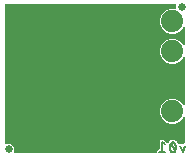
<source format=gbl>
G04 EAGLE Gerber RS-274X export*
G75*
%MOMM*%
%FSLAX34Y34*%
%LPD*%
%INBottom Copper*%
%IPPOS*%
%AMOC8*
5,1,8,0,0,1.08239X$1,22.5*%
G01*
%ADD10C,0.152400*%
%ADD11C,0.635000*%
%ADD12C,1.879600*%

G36*
X130766Y2803D02*
X130766Y2803D01*
X130825Y2801D01*
X130906Y2823D01*
X130990Y2835D01*
X131043Y2858D01*
X131100Y2873D01*
X131172Y2916D01*
X131249Y2951D01*
X131294Y2989D01*
X131344Y3018D01*
X131402Y3080D01*
X131466Y3134D01*
X131499Y3183D01*
X131539Y3226D01*
X131577Y3301D01*
X131624Y3371D01*
X131642Y3427D01*
X131668Y3479D01*
X131680Y3547D01*
X131710Y3642D01*
X131712Y3742D01*
X131724Y3810D01*
X131724Y4144D01*
X132914Y5335D01*
X133107Y5335D01*
X133165Y5343D01*
X133224Y5341D01*
X133305Y5363D01*
X133389Y5375D01*
X133442Y5398D01*
X133499Y5413D01*
X133571Y5456D01*
X133648Y5491D01*
X133693Y5529D01*
X133743Y5558D01*
X133801Y5620D01*
X133865Y5674D01*
X133898Y5723D01*
X133938Y5766D01*
X133976Y5841D01*
X134023Y5911D01*
X134040Y5967D01*
X134067Y6019D01*
X134078Y6087D01*
X134109Y6182D01*
X134111Y6282D01*
X134123Y6350D01*
X134123Y11769D01*
X134114Y11832D01*
X134116Y11881D01*
X134036Y12603D01*
X134045Y12618D01*
X134053Y12648D01*
X134067Y12676D01*
X134077Y12734D01*
X134599Y13256D01*
X134613Y13275D01*
X134627Y13287D01*
X134646Y13315D01*
X134673Y13340D01*
X135127Y13907D01*
X135144Y13911D01*
X135171Y13927D01*
X135201Y13937D01*
X135249Y13971D01*
X135987Y13971D01*
X136050Y13980D01*
X136099Y13977D01*
X136820Y14057D01*
X136835Y14048D01*
X136865Y14041D01*
X136893Y14026D01*
X136952Y14016D01*
X137473Y13495D01*
X137524Y13456D01*
X137557Y13420D01*
X140223Y11287D01*
X140301Y11240D01*
X140374Y11187D01*
X140423Y11169D01*
X140468Y11142D01*
X140556Y11119D01*
X140641Y11088D01*
X140693Y11084D01*
X140743Y11071D01*
X140834Y11073D01*
X140924Y11066D01*
X140975Y11077D01*
X141027Y11078D01*
X141114Y11106D01*
X141202Y11124D01*
X141249Y11149D01*
X141298Y11165D01*
X141374Y11215D01*
X141454Y11258D01*
X141491Y11294D01*
X141535Y11323D01*
X141593Y11392D01*
X141658Y11455D01*
X141680Y11495D01*
X141718Y11540D01*
X141781Y11682D01*
X141818Y11750D01*
X142093Y12552D01*
X144079Y13971D01*
X146520Y13971D01*
X148506Y12552D01*
X148840Y11576D01*
X148851Y11555D01*
X148855Y11541D01*
X148874Y11508D01*
X148888Y11460D01*
X148987Y11257D01*
X149062Y11146D01*
X149135Y11035D01*
X149141Y11029D01*
X149146Y11022D01*
X149249Y10936D01*
X149350Y10849D01*
X149358Y10845D01*
X149364Y10839D01*
X149487Y10786D01*
X149608Y10730D01*
X149617Y10728D01*
X149624Y10725D01*
X149757Y10707D01*
X149889Y10687D01*
X149897Y10688D01*
X149906Y10687D01*
X150187Y10729D01*
X150205Y10736D01*
X150221Y10739D01*
X151766Y11254D01*
X153075Y10599D01*
X153091Y10594D01*
X153105Y10585D01*
X153226Y10549D01*
X153344Y10509D01*
X153361Y10508D01*
X153378Y10504D01*
X153504Y10502D01*
X153628Y10497D01*
X153645Y10501D01*
X153662Y10501D01*
X153730Y10522D01*
X153905Y10564D01*
X153946Y10588D01*
X153983Y10599D01*
X155394Y11305D01*
X155483Y11367D01*
X155576Y11422D01*
X155600Y11447D01*
X155628Y11467D01*
X155696Y11550D01*
X155770Y11629D01*
X155786Y11660D01*
X155808Y11687D01*
X155851Y11786D01*
X155900Y11882D01*
X155905Y11913D01*
X155920Y11948D01*
X155947Y12161D01*
X155955Y12213D01*
X155955Y32097D01*
X155943Y32182D01*
X155941Y32268D01*
X155923Y32322D01*
X155915Y32378D01*
X155880Y32457D01*
X155854Y32539D01*
X155822Y32586D01*
X155799Y32638D01*
X155744Y32703D01*
X155696Y32775D01*
X155652Y32811D01*
X155616Y32855D01*
X155544Y32902D01*
X155478Y32958D01*
X155426Y32981D01*
X155379Y33012D01*
X155297Y33038D01*
X155218Y33073D01*
X155162Y33081D01*
X155108Y33098D01*
X155022Y33100D01*
X154937Y33112D01*
X154881Y33104D01*
X154824Y33105D01*
X154741Y33084D01*
X154655Y33071D01*
X154604Y33048D01*
X154549Y33034D01*
X154475Y32990D01*
X154396Y32954D01*
X154353Y32917D01*
X154304Y32888D01*
X154245Y32826D01*
X154180Y32770D01*
X154154Y32728D01*
X154110Y32681D01*
X154044Y32552D01*
X154002Y32485D01*
X153824Y32057D01*
X150823Y29056D01*
X146902Y27431D01*
X142658Y27431D01*
X138737Y29056D01*
X135736Y32057D01*
X134111Y35978D01*
X134111Y40222D01*
X135736Y44143D01*
X138737Y47144D01*
X142658Y48769D01*
X146902Y48769D01*
X150823Y47144D01*
X153824Y44143D01*
X154002Y43715D01*
X154046Y43641D01*
X154081Y43562D01*
X154118Y43519D01*
X154147Y43470D01*
X154209Y43411D01*
X154265Y43345D01*
X154312Y43314D01*
X154353Y43275D01*
X154430Y43235D01*
X154501Y43188D01*
X154555Y43171D01*
X154606Y43144D01*
X154690Y43128D01*
X154772Y43102D01*
X154829Y43100D01*
X154885Y43089D01*
X154970Y43097D01*
X155056Y43095D01*
X155111Y43109D01*
X155168Y43114D01*
X155248Y43145D01*
X155331Y43166D01*
X155380Y43195D01*
X155433Y43216D01*
X155502Y43268D01*
X155576Y43312D01*
X155615Y43353D01*
X155660Y43388D01*
X155711Y43456D01*
X155770Y43519D01*
X155796Y43570D01*
X155830Y43615D01*
X155861Y43696D01*
X155900Y43772D01*
X155908Y43821D01*
X155931Y43881D01*
X155942Y44026D01*
X155955Y44103D01*
X155955Y82897D01*
X155943Y82982D01*
X155941Y83068D01*
X155923Y83122D01*
X155915Y83178D01*
X155880Y83257D01*
X155854Y83339D01*
X155822Y83386D01*
X155799Y83438D01*
X155744Y83503D01*
X155696Y83575D01*
X155652Y83611D01*
X155616Y83655D01*
X155544Y83702D01*
X155478Y83758D01*
X155426Y83781D01*
X155379Y83812D01*
X155297Y83838D01*
X155218Y83873D01*
X155162Y83881D01*
X155108Y83898D01*
X155022Y83900D01*
X154937Y83912D01*
X154881Y83904D01*
X154824Y83905D01*
X154741Y83884D01*
X154655Y83871D01*
X154604Y83848D01*
X154549Y83834D01*
X154475Y83790D01*
X154396Y83754D01*
X154353Y83717D01*
X154304Y83688D01*
X154245Y83626D01*
X154180Y83570D01*
X154154Y83528D01*
X154110Y83481D01*
X154044Y83352D01*
X154002Y83285D01*
X153824Y82857D01*
X150823Y79856D01*
X146902Y78231D01*
X142658Y78231D01*
X138737Y79856D01*
X135736Y82857D01*
X134111Y86778D01*
X134111Y91022D01*
X135736Y94943D01*
X138737Y97944D01*
X142658Y99569D01*
X146902Y99569D01*
X150823Y97944D01*
X153824Y94943D01*
X154002Y94515D01*
X154046Y94441D01*
X154081Y94362D01*
X154118Y94319D01*
X154147Y94270D01*
X154209Y94211D01*
X154265Y94145D01*
X154312Y94114D01*
X154353Y94075D01*
X154430Y94035D01*
X154501Y93988D01*
X154555Y93971D01*
X154606Y93944D01*
X154690Y93928D01*
X154772Y93902D01*
X154829Y93900D01*
X154885Y93889D01*
X154970Y93897D01*
X155056Y93895D01*
X155111Y93909D01*
X155168Y93914D01*
X155248Y93945D01*
X155331Y93966D01*
X155380Y93995D01*
X155433Y94016D01*
X155502Y94068D01*
X155576Y94112D01*
X155615Y94153D01*
X155660Y94188D01*
X155711Y94256D01*
X155770Y94319D01*
X155796Y94370D01*
X155830Y94415D01*
X155861Y94496D01*
X155900Y94572D01*
X155908Y94621D01*
X155931Y94681D01*
X155942Y94826D01*
X155955Y94903D01*
X155955Y108297D01*
X155943Y108382D01*
X155941Y108468D01*
X155923Y108522D01*
X155915Y108578D01*
X155880Y108657D01*
X155854Y108739D01*
X155822Y108786D01*
X155799Y108838D01*
X155744Y108903D01*
X155696Y108975D01*
X155652Y109011D01*
X155616Y109055D01*
X155544Y109102D01*
X155478Y109158D01*
X155426Y109181D01*
X155379Y109212D01*
X155297Y109238D01*
X155218Y109273D01*
X155162Y109281D01*
X155108Y109298D01*
X155022Y109300D01*
X154937Y109312D01*
X154881Y109304D01*
X154824Y109305D01*
X154741Y109284D01*
X154655Y109271D01*
X154604Y109248D01*
X154549Y109234D01*
X154475Y109190D01*
X154396Y109154D01*
X154353Y109117D01*
X154304Y109088D01*
X154245Y109026D01*
X154180Y108970D01*
X154154Y108928D01*
X154110Y108881D01*
X154044Y108752D01*
X154002Y108685D01*
X153824Y108257D01*
X150823Y105256D01*
X146902Y103631D01*
X142658Y103631D01*
X138737Y105256D01*
X135736Y108257D01*
X134111Y112178D01*
X134111Y116422D01*
X135736Y120343D01*
X138737Y123344D01*
X142658Y124969D01*
X146953Y124969D01*
X147025Y124946D01*
X147053Y124945D01*
X147080Y124938D01*
X147195Y124942D01*
X147309Y124939D01*
X147336Y124946D01*
X147364Y124946D01*
X147473Y124981D01*
X147584Y125010D01*
X147608Y125025D01*
X147635Y125033D01*
X147730Y125097D01*
X147829Y125156D01*
X147848Y125176D01*
X147871Y125191D01*
X147945Y125279D01*
X148023Y125363D01*
X148036Y125388D01*
X148054Y125409D01*
X148101Y125514D01*
X148153Y125616D01*
X148157Y125641D01*
X148169Y125669D01*
X148206Y125933D01*
X148208Y125947D01*
X148208Y128061D01*
X148209Y128074D01*
X148218Y128102D01*
X148221Y128215D01*
X148231Y128328D01*
X148225Y128357D01*
X148226Y128386D01*
X148197Y128495D01*
X148175Y128606D01*
X148161Y128633D01*
X148154Y128661D01*
X148096Y128758D01*
X148044Y128859D01*
X148024Y128880D01*
X148009Y128906D01*
X147926Y128983D01*
X147848Y129065D01*
X147823Y129080D01*
X147801Y129100D01*
X147701Y129152D01*
X147603Y129209D01*
X147575Y129216D01*
X147548Y129230D01*
X147471Y129243D01*
X147328Y129279D01*
X147265Y129277D01*
X147217Y129285D01*
X3810Y129285D01*
X3752Y129277D01*
X3694Y129279D01*
X3612Y129257D01*
X3528Y129245D01*
X3475Y129222D01*
X3419Y129207D01*
X3346Y129164D01*
X3269Y129129D01*
X3224Y129091D01*
X3174Y129062D01*
X3116Y129000D01*
X3052Y128946D01*
X3020Y128897D01*
X2980Y128854D01*
X2941Y128779D01*
X2894Y128709D01*
X2877Y128653D01*
X2850Y128601D01*
X2839Y128533D01*
X2809Y128438D01*
X2806Y128338D01*
X2795Y128270D01*
X2795Y11558D01*
X2799Y11529D01*
X2796Y11500D01*
X2819Y11389D01*
X2835Y11277D01*
X2847Y11250D01*
X2852Y11221D01*
X2905Y11121D01*
X2951Y11017D01*
X2970Y10995D01*
X2983Y10969D01*
X3061Y10887D01*
X3134Y10800D01*
X3159Y10784D01*
X3179Y10763D01*
X3277Y10706D01*
X3371Y10643D01*
X3399Y10634D01*
X3424Y10619D01*
X3534Y10591D01*
X3642Y10557D01*
X3671Y10556D01*
X3700Y10549D01*
X3813Y10553D01*
X3926Y10550D01*
X3955Y10557D01*
X3984Y10558D01*
X4092Y10593D01*
X4201Y10622D01*
X4227Y10637D01*
X4255Y10646D01*
X4319Y10691D01*
X4366Y10720D01*
X8090Y10720D01*
X10694Y8115D01*
X10694Y4402D01*
X10687Y4391D01*
X10619Y4301D01*
X10608Y4273D01*
X10592Y4249D01*
X10558Y4141D01*
X10518Y4035D01*
X10515Y4006D01*
X10506Y3978D01*
X10503Y3865D01*
X10494Y3752D01*
X10500Y3723D01*
X10499Y3694D01*
X10528Y3584D01*
X10550Y3473D01*
X10563Y3447D01*
X10571Y3419D01*
X10629Y3321D01*
X10681Y3221D01*
X10701Y3199D01*
X10716Y3174D01*
X10799Y3097D01*
X10877Y3015D01*
X10902Y3000D01*
X10923Y2980D01*
X11024Y2928D01*
X11122Y2871D01*
X11150Y2864D01*
X11176Y2850D01*
X11254Y2837D01*
X11397Y2801D01*
X11460Y2803D01*
X11508Y2795D01*
X130708Y2795D01*
X130766Y2803D01*
G37*
D10*
X155448Y9059D02*
X153529Y3302D01*
X151610Y9059D01*
X147699Y7620D02*
X147697Y7790D01*
X147691Y7960D01*
X147681Y8129D01*
X147667Y8299D01*
X147648Y8468D01*
X147626Y8636D01*
X147600Y8804D01*
X147570Y8971D01*
X147535Y9137D01*
X147497Y9303D01*
X147455Y9468D01*
X147409Y9631D01*
X147359Y9794D01*
X147305Y9955D01*
X147248Y10115D01*
X147186Y10273D01*
X147121Y10430D01*
X147052Y10585D01*
X146979Y10739D01*
X146978Y10739D02*
X146950Y10815D01*
X146918Y10890D01*
X146883Y10964D01*
X146845Y11036D01*
X146803Y11106D01*
X146758Y11174D01*
X146710Y11240D01*
X146659Y11304D01*
X146605Y11365D01*
X146549Y11424D01*
X146489Y11480D01*
X146428Y11533D01*
X146364Y11583D01*
X146297Y11631D01*
X146229Y11675D01*
X146158Y11716D01*
X146086Y11754D01*
X146012Y11788D01*
X145937Y11819D01*
X145860Y11847D01*
X145782Y11871D01*
X145703Y11891D01*
X145623Y11908D01*
X145543Y11921D01*
X145462Y11931D01*
X145381Y11936D01*
X145299Y11938D01*
X145217Y11936D01*
X145136Y11931D01*
X145055Y11921D01*
X144975Y11908D01*
X144895Y11891D01*
X144816Y11871D01*
X144738Y11847D01*
X144661Y11819D01*
X144586Y11788D01*
X144512Y11754D01*
X144440Y11716D01*
X144369Y11675D01*
X144301Y11631D01*
X144234Y11583D01*
X144170Y11533D01*
X144109Y11480D01*
X144049Y11424D01*
X143993Y11365D01*
X143939Y11304D01*
X143888Y11240D01*
X143840Y11174D01*
X143795Y11106D01*
X143753Y11036D01*
X143715Y10964D01*
X143680Y10890D01*
X143648Y10815D01*
X143620Y10739D01*
X143547Y10585D01*
X143478Y10430D01*
X143413Y10273D01*
X143351Y10115D01*
X143294Y9955D01*
X143240Y9794D01*
X143190Y9631D01*
X143144Y9468D01*
X143102Y9303D01*
X143064Y9137D01*
X143029Y8971D01*
X142999Y8804D01*
X142973Y8636D01*
X142951Y8468D01*
X142932Y8299D01*
X142918Y8129D01*
X142908Y7960D01*
X142902Y7790D01*
X142900Y7620D01*
X147698Y7620D02*
X147696Y7450D01*
X147690Y7280D01*
X147680Y7111D01*
X147666Y6941D01*
X147647Y6772D01*
X147625Y6604D01*
X147599Y6436D01*
X147569Y6269D01*
X147534Y6103D01*
X147496Y5937D01*
X147454Y5772D01*
X147408Y5609D01*
X147358Y5447D01*
X147304Y5285D01*
X147247Y5126D01*
X147185Y4967D01*
X147120Y4810D01*
X147051Y4655D01*
X146978Y4501D01*
X146950Y4425D01*
X146918Y4350D01*
X146883Y4276D01*
X146845Y4204D01*
X146803Y4134D01*
X146758Y4066D01*
X146710Y4000D01*
X146659Y3936D01*
X146605Y3875D01*
X146549Y3816D01*
X146489Y3760D01*
X146428Y3707D01*
X146364Y3657D01*
X146297Y3609D01*
X146229Y3565D01*
X146158Y3524D01*
X146086Y3486D01*
X146012Y3452D01*
X145937Y3421D01*
X145860Y3393D01*
X145782Y3369D01*
X145703Y3349D01*
X145623Y3332D01*
X145543Y3319D01*
X145462Y3309D01*
X145381Y3304D01*
X145299Y3302D01*
X143620Y4501D02*
X143547Y4655D01*
X143478Y4810D01*
X143413Y4967D01*
X143351Y5126D01*
X143294Y5285D01*
X143240Y5447D01*
X143190Y5609D01*
X143144Y5772D01*
X143102Y5937D01*
X143064Y6103D01*
X143029Y6269D01*
X142999Y6436D01*
X142973Y6604D01*
X142951Y6772D01*
X142932Y6941D01*
X142918Y7111D01*
X142908Y7280D01*
X142902Y7450D01*
X142900Y7620D01*
X143620Y4501D02*
X143648Y4425D01*
X143680Y4350D01*
X143715Y4276D01*
X143753Y4204D01*
X143795Y4134D01*
X143840Y4066D01*
X143888Y4000D01*
X143939Y3936D01*
X143993Y3875D01*
X144049Y3816D01*
X144109Y3760D01*
X144170Y3707D01*
X144234Y3657D01*
X144301Y3609D01*
X144369Y3565D01*
X144440Y3524D01*
X144512Y3486D01*
X144586Y3452D01*
X144661Y3421D01*
X144738Y3393D01*
X144816Y3369D01*
X144895Y3349D01*
X144975Y3332D01*
X145055Y3319D01*
X145136Y3309D01*
X145217Y3304D01*
X145299Y3302D01*
X147218Y5221D02*
X143380Y10019D01*
X138554Y10019D02*
X136155Y11938D01*
X136155Y3302D01*
X138554Y3302D02*
X133756Y3302D01*
D11*
X152654Y125984D03*
X6248Y6274D03*
D12*
X144780Y114300D03*
X144780Y88900D03*
X144780Y63500D03*
X144780Y38100D03*
D11*
X35560Y124460D03*
X26670Y124460D03*
X22454Y109296D03*
X8890Y99060D03*
X46990Y83820D03*
X55880Y83820D03*
X50800Y76200D03*
X59665Y76200D03*
X55880Y69850D03*
X60960Y63500D03*
X64770Y71120D03*
X73660Y71120D03*
X82550Y71120D03*
X69850Y63500D03*
X78740Y63500D03*
X87630Y63500D03*
X91440Y71120D03*
X96520Y63500D03*
X105410Y63500D03*
X100330Y71120D03*
X99060Y78740D03*
X107950Y72390D03*
X116865Y73584D03*
X129540Y70587D03*
X15240Y31750D03*
X15240Y20320D03*
X58420Y16510D03*
X67310Y16510D03*
X58420Y25400D03*
X58420Y34290D03*
X58420Y43180D03*
X58420Y52070D03*
X67310Y52070D03*
X76200Y52070D03*
X67310Y43180D03*
X76200Y43180D03*
X67310Y34290D03*
X67310Y25400D03*
X76200Y25400D03*
X76200Y34290D03*
X87630Y10160D03*
X96520Y10160D03*
X105410Y10160D03*
X129540Y10160D03*
X143510Y17272D03*
X152400Y14732D03*
X134620Y17272D03*
M02*

</source>
